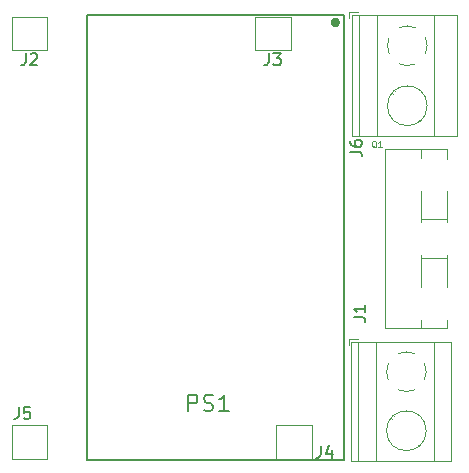
<source format=gto>
G04 #@! TF.GenerationSoftware,KiCad,Pcbnew,6.0.5-a6ca702e91~116~ubuntu20.04.1*
G04 #@! TF.CreationDate,2022-06-20T16:09:36+05:30*
G04 #@! TF.ProjectId,BackEnd_HeavyDevice_v6,4261636b-456e-4645-9f48-656176794465,rev?*
G04 #@! TF.SameCoordinates,Original*
G04 #@! TF.FileFunction,Legend,Top*
G04 #@! TF.FilePolarity,Positive*
%FSLAX46Y46*%
G04 Gerber Fmt 4.6, Leading zero omitted, Abs format (unit mm)*
G04 Created by KiCad (PCBNEW 6.0.5-a6ca702e91~116~ubuntu20.04.1) date 2022-06-20 16:09:36*
%MOMM*%
%LPD*%
G01*
G04 APERTURE LIST*
%ADD10C,0.125000*%
%ADD11C,0.150000*%
%ADD12C,0.120000*%
%ADD13C,0.127000*%
%ADD14C,0.400000*%
G04 APERTURE END LIST*
D10*
X143952380Y-108473809D02*
X143904761Y-108450000D01*
X143857142Y-108402380D01*
X143785714Y-108330952D01*
X143738095Y-108307142D01*
X143690476Y-108307142D01*
X143714285Y-108426190D02*
X143666666Y-108402380D01*
X143619047Y-108354761D01*
X143595238Y-108259523D01*
X143595238Y-108092857D01*
X143619047Y-107997619D01*
X143666666Y-107950000D01*
X143714285Y-107926190D01*
X143809523Y-107926190D01*
X143857142Y-107950000D01*
X143904761Y-107997619D01*
X143928571Y-108092857D01*
X143928571Y-108259523D01*
X143904761Y-108354761D01*
X143857142Y-108402380D01*
X143809523Y-108426190D01*
X143714285Y-108426190D01*
X144404761Y-108426190D02*
X144119047Y-108426190D01*
X144261904Y-108426190D02*
X144261904Y-107926190D01*
X144214285Y-107997619D01*
X144166666Y-108045238D01*
X144119047Y-108069047D01*
D11*
X128010160Y-130803193D02*
X128010160Y-129403193D01*
X128543493Y-129403193D01*
X128676826Y-129469860D01*
X128743493Y-129536526D01*
X128810160Y-129669860D01*
X128810160Y-129869860D01*
X128743493Y-130003193D01*
X128676826Y-130069860D01*
X128543493Y-130136526D01*
X128010160Y-130136526D01*
X129343493Y-130736526D02*
X129543493Y-130803193D01*
X129876826Y-130803193D01*
X130010160Y-130736526D01*
X130076826Y-130669860D01*
X130143493Y-130536526D01*
X130143493Y-130403193D01*
X130076826Y-130269860D01*
X130010160Y-130203193D01*
X129876826Y-130136526D01*
X129610160Y-130069860D01*
X129476826Y-130003193D01*
X129410160Y-129936526D01*
X129343493Y-129803193D01*
X129343493Y-129669860D01*
X129410160Y-129536526D01*
X129476826Y-129469860D01*
X129610160Y-129403193D01*
X129943493Y-129403193D01*
X130143493Y-129469860D01*
X131476826Y-130803193D02*
X130676826Y-130803193D01*
X131076826Y-130803193D02*
X131076826Y-129403193D01*
X130943493Y-129603193D01*
X130810160Y-129736526D01*
X130676826Y-129803193D01*
X142025120Y-122840073D02*
X142739406Y-122840073D01*
X142882263Y-122887692D01*
X142977501Y-122982930D01*
X143025120Y-123125787D01*
X143025120Y-123221025D01*
X143025120Y-121840073D02*
X143025120Y-122411501D01*
X143025120Y-122125787D02*
X142025120Y-122125787D01*
X142167978Y-122221025D01*
X142263216Y-122316263D01*
X142310835Y-122411501D01*
X141727940Y-108819273D02*
X142442226Y-108819273D01*
X142585083Y-108866892D01*
X142680321Y-108962130D01*
X142727940Y-109104987D01*
X142727940Y-109200225D01*
X141727940Y-107914511D02*
X141727940Y-108104987D01*
X141775560Y-108200225D01*
X141823179Y-108247844D01*
X141966036Y-108343082D01*
X142156512Y-108390701D01*
X142537464Y-108390701D01*
X142632702Y-108343082D01*
X142680321Y-108295463D01*
X142727940Y-108200225D01*
X142727940Y-108009749D01*
X142680321Y-107914511D01*
X142632702Y-107866892D01*
X142537464Y-107819273D01*
X142299369Y-107819273D01*
X142204131Y-107866892D01*
X142156512Y-107914511D01*
X142108893Y-108009749D01*
X142108893Y-108200225D01*
X142156512Y-108295463D01*
X142204131Y-108343082D01*
X142299369Y-108390701D01*
X139266666Y-133752380D02*
X139266666Y-134466666D01*
X139219047Y-134609523D01*
X139123809Y-134704761D01*
X138980952Y-134752380D01*
X138885714Y-134752380D01*
X140171428Y-134085714D02*
X140171428Y-134752380D01*
X139933333Y-133704761D02*
X139695238Y-134419047D01*
X140314285Y-134419047D01*
X113666666Y-130452380D02*
X113666666Y-131166666D01*
X113619047Y-131309523D01*
X113523809Y-131404761D01*
X113380952Y-131452380D01*
X113285714Y-131452380D01*
X114619047Y-130452380D02*
X114142857Y-130452380D01*
X114095238Y-130928571D01*
X114142857Y-130880952D01*
X114238095Y-130833333D01*
X114476190Y-130833333D01*
X114571428Y-130880952D01*
X114619047Y-130928571D01*
X114666666Y-131023809D01*
X114666666Y-131261904D01*
X114619047Y-131357142D01*
X114571428Y-131404761D01*
X114476190Y-131452380D01*
X114238095Y-131452380D01*
X114142857Y-131404761D01*
X114095238Y-131357142D01*
X134866666Y-100502380D02*
X134866666Y-101216666D01*
X134819047Y-101359523D01*
X134723809Y-101454761D01*
X134580952Y-101502380D01*
X134485714Y-101502380D01*
X135247619Y-100502380D02*
X135866666Y-100502380D01*
X135533333Y-100883333D01*
X135676190Y-100883333D01*
X135771428Y-100930952D01*
X135819047Y-100978571D01*
X135866666Y-101073809D01*
X135866666Y-101311904D01*
X135819047Y-101407142D01*
X135771428Y-101454761D01*
X135676190Y-101502380D01*
X135390476Y-101502380D01*
X135295238Y-101454761D01*
X135247619Y-101407142D01*
X114266666Y-100502380D02*
X114266666Y-101216666D01*
X114219047Y-101359523D01*
X114123809Y-101454761D01*
X113980952Y-101502380D01*
X113885714Y-101502380D01*
X114695238Y-100597619D02*
X114742857Y-100550000D01*
X114838095Y-100502380D01*
X115076190Y-100502380D01*
X115171428Y-100550000D01*
X115219047Y-100597619D01*
X115266666Y-100692857D01*
X115266666Y-100788095D01*
X115219047Y-100930952D01*
X114647619Y-101502380D01*
X115266666Y-101502380D01*
D12*
X144705000Y-108620000D02*
X144705000Y-123780000D01*
X147705000Y-108718000D02*
X147705000Y-109350000D01*
X149946000Y-117600000D02*
X149946000Y-120250000D01*
X147705000Y-123050000D02*
X147705000Y-123704000D01*
X149946000Y-108620000D02*
X144705000Y-108620000D01*
X149946000Y-123050000D02*
X149946000Y-123780000D01*
X149946000Y-108620000D02*
X149946000Y-109448000D01*
X149946000Y-112150000D02*
X149946000Y-114801000D01*
X147705000Y-112150000D02*
X147705000Y-114801000D01*
X147705000Y-117600000D02*
X147705000Y-120250000D01*
X149946000Y-123780000D02*
X144705000Y-123780000D01*
X149946000Y-117850000D02*
X147705000Y-117850000D01*
X149946000Y-114550000D02*
X147705000Y-114550000D01*
D13*
X119429000Y-134973000D02*
X119429000Y-97293000D01*
X141241000Y-134973000D02*
X119429000Y-134973000D01*
X119429000Y-97293000D02*
X141257000Y-97293000D01*
X141257000Y-97293000D02*
X141241000Y-134973000D01*
D14*
X140695000Y-97889000D02*
G75*
G03*
X140695000Y-97889000I-200000J0D01*
G01*
D12*
X141837000Y-124900000D02*
X141837000Y-135020000D01*
X145258000Y-131426000D02*
X145223000Y-131391000D01*
X150307000Y-135020000D02*
X141837000Y-135020000D01*
X141671000Y-124660000D02*
X141671000Y-125174000D01*
X143897000Y-124900000D02*
X143897000Y-135020000D01*
X150307000Y-124900000D02*
X150307000Y-135020000D01*
X142397000Y-124900000D02*
X142397000Y-135020000D01*
X148798000Y-124900000D02*
X148798000Y-135020000D01*
X145474000Y-131233000D02*
X145428000Y-131186000D01*
X142411000Y-124660000D02*
X141671000Y-124660000D01*
X147772000Y-133530000D02*
X147736000Y-133495000D01*
X150307000Y-124900000D02*
X141837000Y-124900000D01*
X147566000Y-133735000D02*
X147520000Y-133688000D01*
X144962000Y-126776000D02*
G75*
G03*
X144816747Y-127488805I1535001J-683999D01*
G01*
X145813000Y-128995001D02*
G75*
G03*
X147180042Y-128995427I684000J1535001D01*
G01*
X147181000Y-125925000D02*
G75*
G03*
X145813958Y-125924573I-684001J-1534993D01*
G01*
X148032000Y-128144000D02*
G75*
G03*
X148032427Y-126776958I-1534993J684001D01*
G01*
X144817000Y-127460000D02*
G75*
G03*
X144962244Y-128143318I1680000J0D01*
G01*
X148177000Y-132460000D02*
G75*
G03*
X148177000Y-132460000I-1680000J0D01*
G01*
X143976000Y-97260100D02*
X143976000Y-107540100D01*
X142476000Y-97260100D02*
X142476000Y-107540100D01*
X145553000Y-103713100D02*
X145507000Y-103666100D01*
X141916000Y-97260100D02*
X141916000Y-107540100D01*
X141676000Y-97020100D02*
X141676000Y-97520100D01*
X150821000Y-107540100D02*
X141916000Y-107540100D01*
X147645000Y-106215100D02*
X147599000Y-106168100D01*
X148877000Y-97260100D02*
X148877000Y-107540100D01*
X145337000Y-103906100D02*
X145302000Y-103871100D01*
X150821000Y-97260100D02*
X150821000Y-107540100D01*
X150821000Y-97260100D02*
X141916000Y-97260100D01*
X142416000Y-97020100D02*
X141676000Y-97020100D01*
X147851000Y-106010100D02*
X147815000Y-105975100D01*
X145892000Y-101395101D02*
G75*
G03*
X147259042Y-101395527I684000J1535001D01*
G01*
X148111000Y-100544100D02*
G75*
G03*
X148111427Y-99177058I-1534993J684001D01*
G01*
X145041000Y-99176100D02*
G75*
G03*
X144895747Y-99888905I1535001J-683999D01*
G01*
X144896000Y-99860100D02*
G75*
G03*
X145041244Y-100543418I1680000J0D01*
G01*
X147260000Y-98325100D02*
G75*
G03*
X145892958Y-98324673I-684001J-1534993D01*
G01*
X148256000Y-104940100D02*
G75*
G03*
X148256000Y-104940100I-1680000J0D01*
G01*
X138500000Y-132000000D02*
X138500000Y-134850000D01*
X135500000Y-132000000D02*
X135500000Y-134850000D01*
X135500000Y-134850000D02*
X138500000Y-134850000D01*
X135500000Y-132000000D02*
X138500000Y-132000000D01*
X116100000Y-132000000D02*
X116100000Y-134850000D01*
X113100000Y-132000000D02*
X116100000Y-132000000D01*
X113100000Y-132000000D02*
X113100000Y-134850000D01*
X113100000Y-134850000D02*
X116100000Y-134850000D01*
X133700000Y-97400000D02*
X136700000Y-97400000D01*
X133700000Y-100250000D02*
X136700000Y-100250000D01*
X133700000Y-97400000D02*
X133700000Y-100250000D01*
X136700000Y-97400000D02*
X136700000Y-100250000D01*
X116100000Y-97400000D02*
X116100000Y-100250000D01*
X113100000Y-97400000D02*
X116100000Y-97400000D01*
X113100000Y-100250000D02*
X116100000Y-100250000D01*
X113100000Y-97400000D02*
X113100000Y-100250000D01*
M02*

</source>
